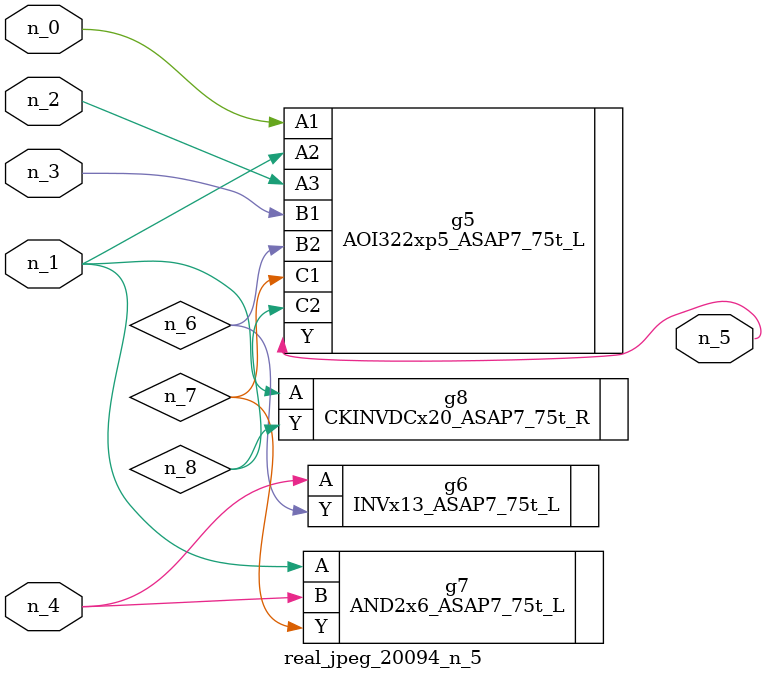
<source format=v>
module real_jpeg_20094_n_5 (n_4, n_0, n_1, n_2, n_3, n_5);

input n_4;
input n_0;
input n_1;
input n_2;
input n_3;

output n_5;

wire n_8;
wire n_6;
wire n_7;

AOI322xp5_ASAP7_75t_L g5 ( 
.A1(n_0),
.A2(n_1),
.A3(n_2),
.B1(n_3),
.B2(n_6),
.C1(n_7),
.C2(n_8),
.Y(n_5)
);

AND2x6_ASAP7_75t_L g7 ( 
.A(n_1),
.B(n_4),
.Y(n_7)
);

CKINVDCx20_ASAP7_75t_R g8 ( 
.A(n_1),
.Y(n_8)
);

INVx13_ASAP7_75t_L g6 ( 
.A(n_4),
.Y(n_6)
);


endmodule
</source>
